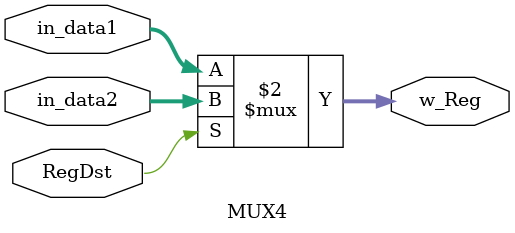
<source format=v>
`timescale 1ns / 1ps


module MUX4(
in_data1,in_data2,RegDst,w_Reg
    );
    input [4:0]in_data1,in_data2;
    input RegDst;
    output [4:0]w_Reg;
    assign w_Reg=(RegDst==0)?in_data1:in_data2;
endmodule

</source>
